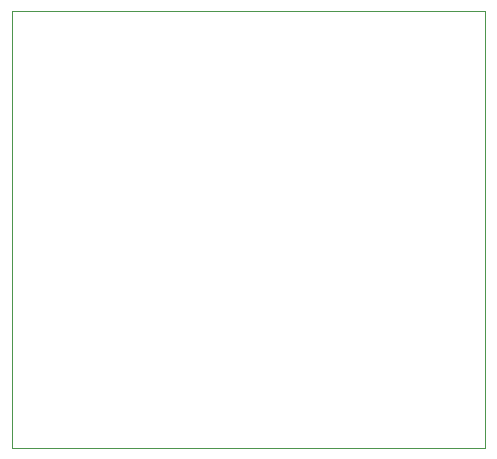
<source format=gm1>
%TF.GenerationSoftware,KiCad,Pcbnew,7.99.0-2677-g3cd60007c5*%
%TF.CreationDate,2023-11-18T11:29:50+03:00*%
%TF.ProjectId,Movita Pro V2_1,4d6f7669-7461-4205-9072-6f2056325f31,rev?*%
%TF.SameCoordinates,Original*%
%TF.FileFunction,Profile,NP*%
%FSLAX46Y46*%
G04 Gerber Fmt 4.6, Leading zero omitted, Abs format (unit mm)*
G04 Created by KiCad (PCBNEW 7.99.0-2677-g3cd60007c5) date 2023-11-18 11:29:50*
%MOMM*%
%LPD*%
G01*
G04 APERTURE LIST*
%TA.AperFunction,Profile*%
%ADD10C,0.050000*%
%TD*%
G04 APERTURE END LIST*
D10*
X128496100Y-86503600D02*
X168506100Y-86503600D01*
X128496100Y-123503600D02*
X128496100Y-86503600D01*
X168506100Y-123503600D02*
X128496100Y-123503600D01*
X168506100Y-86503600D02*
X168506100Y-123503600D01*
M02*

</source>
